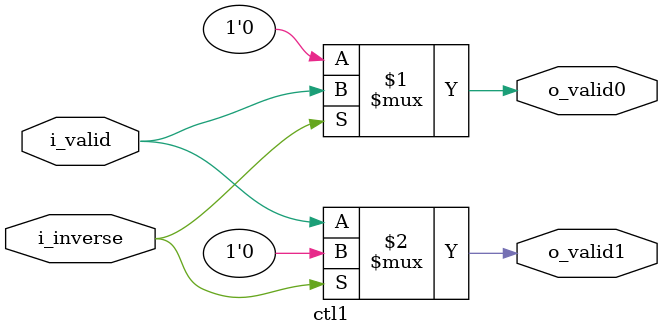
<source format=v>
module ctl1(
          i_inverse   ,
	  i_valid     ,
         
	  o_valid0    ,//mux0
	  o_valid1    //pe 
);

// ********************************************
//                                             
//    INPUT / OUTPUT DECLARATION                                               
//                                                                             
// ********************************************  
input                       i_inverse;
input                       i_valid;

output   wire               o_valid0;
output   wire               o_valid1;

assign o_valid0 = i_inverse ? i_valid : 1'b0; //mux0
assign o_valid1 = i_inverse ? 1'b0    : i_valid;//pe 

endmodule 


</source>
